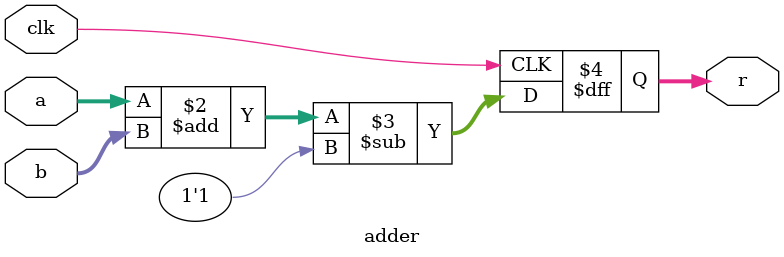
<source format=sv>
module adder 

(  input clk, 
	input reg [4:0] a,
   input reg [4:0] b,
   output reg [5:0] r

	
);
      always @(posedge clk) begin
         r <= a + b - 1'b1;         
      end
      
endmodule 
</source>
